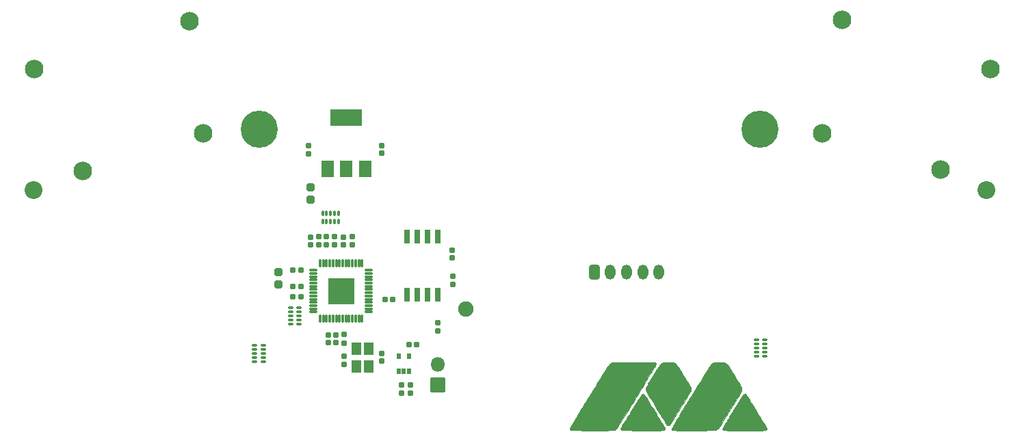
<source format=gbs>
G04 #@! TF.GenerationSoftware,KiCad,Pcbnew,(7.0.0-0)*
G04 #@! TF.CreationDate,2023-05-07T01:27:25-06:00*
G04 #@! TF.ProjectId,snes_controller_pcb,736e6573-5f63-46f6-9e74-726f6c6c6572,4a*
G04 #@! TF.SameCoordinates,Original*
G04 #@! TF.FileFunction,Soldermask,Bot*
G04 #@! TF.FilePolarity,Negative*
%FSLAX46Y46*%
G04 Gerber Fmt 4.6, Leading zero omitted, Abs format (unit mm)*
G04 Created by KiCad (PCBNEW (7.0.0-0)) date 2023-05-07 01:27:25*
%MOMM*%
%LPD*%
G01*
G04 APERTURE LIST*
G04 Aperture macros list*
%AMRoundRect*
0 Rectangle with rounded corners*
0 $1 Rounding radius*
0 $2 $3 $4 $5 $6 $7 $8 $9 X,Y pos of 4 corners*
0 Add a 4 corners polygon primitive as box body*
4,1,4,$2,$3,$4,$5,$6,$7,$8,$9,$2,$3,0*
0 Add four circle primitives for the rounded corners*
1,1,$1+$1,$2,$3*
1,1,$1+$1,$4,$5*
1,1,$1+$1,$6,$7*
1,1,$1+$1,$8,$9*
0 Add four rect primitives between the rounded corners*
20,1,$1+$1,$2,$3,$4,$5,0*
20,1,$1+$1,$4,$5,$6,$7,0*
20,1,$1+$1,$6,$7,$8,$9,0*
20,1,$1+$1,$8,$9,$2,$3,0*%
G04 Aperture macros list end*
%ADD10C,0.010000*%
%ADD11C,2.301600*%
%ADD12C,4.601600*%
%ADD13C,2.201600*%
%ADD14C,1.901600*%
%ADD15RoundRect,0.050800X0.750000X-1.000000X0.750000X1.000000X-0.750000X1.000000X-0.750000X-1.000000X0*%
%ADD16RoundRect,0.050800X1.900000X-1.000000X1.900000X1.000000X-1.900000X1.000000X-1.900000X-1.000000X0*%
%ADD17RoundRect,0.190800X0.140000X0.170000X-0.140000X0.170000X-0.140000X-0.170000X0.140000X-0.170000X0*%
%ADD18RoundRect,0.190800X-0.170000X0.140000X-0.170000X-0.140000X0.170000X-0.140000X0.170000X0.140000X0*%
%ADD19O,0.801600X0.301600*%
%ADD20RoundRect,0.185800X-0.185000X0.135000X-0.185000X-0.135000X0.185000X-0.135000X0.185000X0.135000X0*%
%ADD21RoundRect,0.185800X-0.135000X-0.185000X0.135000X-0.185000X0.135000X0.185000X-0.135000X0.185000X0*%
%ADD22RoundRect,0.300800X-0.350000X-0.625000X0.350000X-0.625000X0.350000X0.625000X-0.350000X0.625000X0*%
%ADD23O,1.301600X1.851600*%
%ADD24RoundRect,0.190800X-0.140000X-0.170000X0.140000X-0.170000X0.140000X0.170000X-0.140000X0.170000X0*%
%ADD25RoundRect,0.190800X0.170000X-0.140000X0.170000X0.140000X-0.170000X0.140000X-0.170000X-0.140000X0*%
%ADD26O,0.301600X0.801600*%
%ADD27RoundRect,0.050800X-0.850000X-0.850000X0.850000X-0.850000X0.850000X0.850000X-0.850000X0.850000X0*%
%ADD28O,1.801600X1.801600*%
%ADD29RoundRect,0.269550X-0.256250X0.218750X-0.256250X-0.218750X0.256250X-0.218750X0.256250X0.218750X0*%
%ADD30RoundRect,0.050800X0.200000X-0.325000X0.200000X0.325000X-0.200000X0.325000X-0.200000X-0.325000X0*%
%ADD31RoundRect,0.185800X0.185000X-0.135000X0.185000X0.135000X-0.185000X0.135000X-0.185000X-0.135000X0*%
%ADD32RoundRect,0.050800X0.290000X-0.805000X0.290000X0.805000X-0.290000X0.805000X-0.290000X-0.805000X0*%
%ADD33RoundRect,0.050800X0.575000X-0.700000X0.575000X0.700000X-0.575000X0.700000X-0.575000X-0.700000X0*%
%ADD34RoundRect,0.100800X0.387500X0.050000X-0.387500X0.050000X-0.387500X-0.050000X0.387500X-0.050000X0*%
%ADD35RoundRect,0.100800X0.050000X0.387500X-0.050000X0.387500X-0.050000X-0.387500X0.050000X-0.387500X0*%
%ADD36RoundRect,0.194800X1.456000X1.456000X-1.456000X1.456000X-1.456000X-1.456000X1.456000X-1.456000X0*%
G04 APERTURE END LIST*
G36*
X153161864Y-120286686D02*
G01*
X153179126Y-120303893D01*
X153207188Y-120339701D01*
X153246905Y-120395527D01*
X153299211Y-120472842D01*
X153365042Y-120573118D01*
X153445331Y-120697826D01*
X153541015Y-120848438D01*
X153653027Y-121026426D01*
X153782304Y-121233262D01*
X153929779Y-121470416D01*
X154096388Y-121739361D01*
X154283065Y-122041568D01*
X154490746Y-122378509D01*
X154545076Y-122466770D01*
X154709163Y-122733780D01*
X154866787Y-122990938D01*
X155016512Y-123235868D01*
X155156901Y-123466191D01*
X155286518Y-123679530D01*
X155403924Y-123873508D01*
X155507684Y-124045747D01*
X155596360Y-124193870D01*
X155668516Y-124315499D01*
X155722714Y-124408256D01*
X155757519Y-124469766D01*
X155771493Y-124497649D01*
X155775932Y-124514493D01*
X155776946Y-124602335D01*
X155738594Y-124676528D01*
X155662456Y-124733656D01*
X155650263Y-124738954D01*
X155633703Y-124743931D01*
X155611041Y-124748345D01*
X155580012Y-124752223D01*
X155538352Y-124755593D01*
X155483797Y-124758481D01*
X155414081Y-124760915D01*
X155326942Y-124762921D01*
X155220114Y-124764526D01*
X155091332Y-124765759D01*
X154938333Y-124766644D01*
X154758852Y-124767210D01*
X154550624Y-124767483D01*
X154311385Y-124767491D01*
X154038871Y-124767260D01*
X153730817Y-124766818D01*
X153384959Y-124766191D01*
X152999032Y-124765406D01*
X150409668Y-124759967D01*
X150347907Y-124690841D01*
X150319129Y-124653929D01*
X150290383Y-124583273D01*
X150295689Y-124504694D01*
X150334616Y-124409012D01*
X150335463Y-124407393D01*
X150359743Y-124364453D01*
X150403843Y-124289809D01*
X150466015Y-124186287D01*
X150544510Y-124056709D01*
X150637581Y-123903900D01*
X150743478Y-123730685D01*
X150860452Y-123539888D01*
X150986757Y-123334333D01*
X151120641Y-123116844D01*
X151260359Y-122890246D01*
X151404159Y-122657363D01*
X151550295Y-122421020D01*
X151697018Y-122184040D01*
X151842578Y-121949248D01*
X151985229Y-121719468D01*
X152123220Y-121497525D01*
X152254803Y-121286243D01*
X152378230Y-121088445D01*
X152491753Y-120906957D01*
X152593622Y-120744603D01*
X152682090Y-120604207D01*
X152755407Y-120488593D01*
X152811825Y-120400586D01*
X152849596Y-120343010D01*
X152866971Y-120318689D01*
X152897974Y-120291486D01*
X152983306Y-120251121D01*
X153074314Y-120249190D01*
X153161864Y-120286686D01*
G37*
D10*
X153161864Y-120286686D02*
X153179126Y-120303893D01*
X153207188Y-120339701D01*
X153246905Y-120395527D01*
X153299211Y-120472842D01*
X153365042Y-120573118D01*
X153445331Y-120697826D01*
X153541015Y-120848438D01*
X153653027Y-121026426D01*
X153782304Y-121233262D01*
X153929779Y-121470416D01*
X154096388Y-121739361D01*
X154283065Y-122041568D01*
X154490746Y-122378509D01*
X154545076Y-122466770D01*
X154709163Y-122733780D01*
X154866787Y-122990938D01*
X155016512Y-123235868D01*
X155156901Y-123466191D01*
X155286518Y-123679530D01*
X155403924Y-123873508D01*
X155507684Y-124045747D01*
X155596360Y-124193870D01*
X155668516Y-124315499D01*
X155722714Y-124408256D01*
X155757519Y-124469766D01*
X155771493Y-124497649D01*
X155775932Y-124514493D01*
X155776946Y-124602335D01*
X155738594Y-124676528D01*
X155662456Y-124733656D01*
X155650263Y-124738954D01*
X155633703Y-124743931D01*
X155611041Y-124748345D01*
X155580012Y-124752223D01*
X155538352Y-124755593D01*
X155483797Y-124758481D01*
X155414081Y-124760915D01*
X155326942Y-124762921D01*
X155220114Y-124764526D01*
X155091332Y-124765759D01*
X154938333Y-124766644D01*
X154758852Y-124767210D01*
X154550624Y-124767483D01*
X154311385Y-124767491D01*
X154038871Y-124767260D01*
X153730817Y-124766818D01*
X153384959Y-124766191D01*
X152999032Y-124765406D01*
X150409668Y-124759967D01*
X150347907Y-124690841D01*
X150319129Y-124653929D01*
X150290383Y-124583273D01*
X150295689Y-124504694D01*
X150334616Y-124409012D01*
X150335463Y-124407393D01*
X150359743Y-124364453D01*
X150403843Y-124289809D01*
X150466015Y-124186287D01*
X150544510Y-124056709D01*
X150637581Y-123903900D01*
X150743478Y-123730685D01*
X150860452Y-123539888D01*
X150986757Y-123334333D01*
X151120641Y-123116844D01*
X151260359Y-122890246D01*
X151404159Y-122657363D01*
X151550295Y-122421020D01*
X151697018Y-122184040D01*
X151842578Y-121949248D01*
X151985229Y-121719468D01*
X152123220Y-121497525D01*
X152254803Y-121286243D01*
X152378230Y-121088445D01*
X152491753Y-120906957D01*
X152593622Y-120744603D01*
X152682090Y-120604207D01*
X152755407Y-120488593D01*
X152811825Y-120400586D01*
X152849596Y-120343010D01*
X152866971Y-120318689D01*
X152897974Y-120291486D01*
X152983306Y-120251121D01*
X153074314Y-120249190D01*
X153161864Y-120286686D01*
G36*
X165725972Y-120267008D02*
G01*
X165808132Y-120332349D01*
X165815520Y-120341694D01*
X165846624Y-120386834D01*
X165896935Y-120463693D01*
X165964720Y-120569450D01*
X166048248Y-120701289D01*
X166145786Y-120856388D01*
X166255602Y-121031930D01*
X166375962Y-121225095D01*
X166505134Y-121433064D01*
X166641387Y-121653018D01*
X166782987Y-121882139D01*
X166928202Y-122117606D01*
X167075299Y-122356601D01*
X167222547Y-122596305D01*
X167368212Y-122833899D01*
X167510562Y-123066564D01*
X167647864Y-123291481D01*
X167778387Y-123505830D01*
X167900397Y-123706793D01*
X168012162Y-123891551D01*
X168111950Y-124057284D01*
X168198028Y-124201174D01*
X168268664Y-124320401D01*
X168322125Y-124412147D01*
X168356679Y-124473592D01*
X168370592Y-124501917D01*
X168374745Y-124518813D01*
X168374869Y-124605070D01*
X168335409Y-124676525D01*
X168256218Y-124733475D01*
X168247332Y-124737478D01*
X168231581Y-124742622D01*
X168210014Y-124747206D01*
X168180349Y-124751259D01*
X168140303Y-124754816D01*
X168087593Y-124757909D01*
X168019939Y-124760569D01*
X167935056Y-124762828D01*
X167830663Y-124764720D01*
X167704478Y-124766276D01*
X167554218Y-124767529D01*
X167377601Y-124768511D01*
X167172345Y-124769254D01*
X166936167Y-124769791D01*
X166666785Y-124770153D01*
X166361917Y-124770373D01*
X166019280Y-124770484D01*
X165636592Y-124770517D01*
X165553392Y-124770519D01*
X165172240Y-124770548D01*
X164830725Y-124770535D01*
X164526611Y-124770385D01*
X164257660Y-124770004D01*
X164021635Y-124769299D01*
X163816298Y-124768174D01*
X163639413Y-124766535D01*
X163488741Y-124764287D01*
X163362046Y-124761337D01*
X163257091Y-124757589D01*
X163171637Y-124752949D01*
X163103449Y-124747324D01*
X163050288Y-124740618D01*
X163009918Y-124732737D01*
X162980101Y-124723587D01*
X162958599Y-124713073D01*
X162943176Y-124701101D01*
X162931595Y-124687576D01*
X162921617Y-124672404D01*
X162911007Y-124655491D01*
X162889529Y-124608618D01*
X162887055Y-124525539D01*
X162892710Y-124511527D01*
X162918817Y-124461998D01*
X162964488Y-124381148D01*
X163028007Y-124271778D01*
X163107656Y-124136690D01*
X163201718Y-123978686D01*
X163308474Y-123800567D01*
X163426209Y-123605135D01*
X163553203Y-123395191D01*
X163687740Y-123173537D01*
X163828102Y-122942976D01*
X163972572Y-122706308D01*
X164119433Y-122466335D01*
X164266966Y-122225858D01*
X164413454Y-121987681D01*
X164557181Y-121754603D01*
X164696428Y-121529428D01*
X164829477Y-121314955D01*
X164954613Y-121113988D01*
X165070116Y-120929328D01*
X165174270Y-120763776D01*
X165265357Y-120620135D01*
X165341660Y-120501205D01*
X165401461Y-120409788D01*
X165443043Y-120348687D01*
X165464688Y-120320702D01*
X165550638Y-120261581D01*
X165639112Y-120243384D01*
X165725972Y-120267008D01*
G37*
X165725972Y-120267008D02*
X165808132Y-120332349D01*
X165815520Y-120341694D01*
X165846624Y-120386834D01*
X165896935Y-120463693D01*
X165964720Y-120569450D01*
X166048248Y-120701289D01*
X166145786Y-120856388D01*
X166255602Y-121031930D01*
X166375962Y-121225095D01*
X166505134Y-121433064D01*
X166641387Y-121653018D01*
X166782987Y-121882139D01*
X166928202Y-122117606D01*
X167075299Y-122356601D01*
X167222547Y-122596305D01*
X167368212Y-122833899D01*
X167510562Y-123066564D01*
X167647864Y-123291481D01*
X167778387Y-123505830D01*
X167900397Y-123706793D01*
X168012162Y-123891551D01*
X168111950Y-124057284D01*
X168198028Y-124201174D01*
X168268664Y-124320401D01*
X168322125Y-124412147D01*
X168356679Y-124473592D01*
X168370592Y-124501917D01*
X168374745Y-124518813D01*
X168374869Y-124605070D01*
X168335409Y-124676525D01*
X168256218Y-124733475D01*
X168247332Y-124737478D01*
X168231581Y-124742622D01*
X168210014Y-124747206D01*
X168180349Y-124751259D01*
X168140303Y-124754816D01*
X168087593Y-124757909D01*
X168019939Y-124760569D01*
X167935056Y-124762828D01*
X167830663Y-124764720D01*
X167704478Y-124766276D01*
X167554218Y-124767529D01*
X167377601Y-124768511D01*
X167172345Y-124769254D01*
X166936167Y-124769791D01*
X166666785Y-124770153D01*
X166361917Y-124770373D01*
X166019280Y-124770484D01*
X165636592Y-124770517D01*
X165553392Y-124770519D01*
X165172240Y-124770548D01*
X164830725Y-124770535D01*
X164526611Y-124770385D01*
X164257660Y-124770004D01*
X164021635Y-124769299D01*
X163816298Y-124768174D01*
X163639413Y-124766535D01*
X163488741Y-124764287D01*
X163362046Y-124761337D01*
X163257091Y-124757589D01*
X163171637Y-124752949D01*
X163103449Y-124747324D01*
X163050288Y-124740618D01*
X163009918Y-124732737D01*
X162980101Y-124723587D01*
X162958599Y-124713073D01*
X162943176Y-124701101D01*
X162931595Y-124687576D01*
X162921617Y-124672404D01*
X162911007Y-124655491D01*
X162889529Y-124608618D01*
X162887055Y-124525539D01*
X162892710Y-124511527D01*
X162918817Y-124461998D01*
X162964488Y-124381148D01*
X163028007Y-124271778D01*
X163107656Y-124136690D01*
X163201718Y-123978686D01*
X163308474Y-123800567D01*
X163426209Y-123605135D01*
X163553203Y-123395191D01*
X163687740Y-123173537D01*
X163828102Y-122942976D01*
X163972572Y-122706308D01*
X164119433Y-122466335D01*
X164266966Y-122225858D01*
X164413454Y-121987681D01*
X164557181Y-121754603D01*
X164696428Y-121529428D01*
X164829477Y-121314955D01*
X164954613Y-121113988D01*
X165070116Y-120929328D01*
X165174270Y-120763776D01*
X165265357Y-120620135D01*
X165341660Y-120501205D01*
X165401461Y-120409788D01*
X165443043Y-120348687D01*
X165464688Y-120320702D01*
X165550638Y-120261581D01*
X165639112Y-120243384D01*
X165725972Y-120267008D01*
G36*
X151199774Y-116305034D02*
G01*
X151548049Y-116305242D01*
X151936302Y-116305510D01*
X152012889Y-116305563D01*
X152411957Y-116305975D01*
X152770660Y-116306599D01*
X153090665Y-116307452D01*
X153373641Y-116308551D01*
X153621253Y-116309914D01*
X153835169Y-116311558D01*
X154017055Y-116313500D01*
X154168580Y-116315758D01*
X154291409Y-116318348D01*
X154387211Y-116321288D01*
X154457651Y-116324595D01*
X154504398Y-116328287D01*
X154529118Y-116332381D01*
X154576137Y-116351642D01*
X154643597Y-116408236D01*
X154677314Y-116484795D01*
X154673230Y-116574506D01*
X154669307Y-116582677D01*
X154645556Y-116624573D01*
X154601468Y-116699411D01*
X154538280Y-116805177D01*
X154457226Y-116939858D01*
X154359544Y-117101440D01*
X154246469Y-117287909D01*
X154119237Y-117497252D01*
X153979084Y-117727454D01*
X153827247Y-117976503D01*
X153664960Y-118242384D01*
X153493460Y-118523084D01*
X153313984Y-118816589D01*
X153127766Y-119120886D01*
X152936044Y-119433960D01*
X152740052Y-119753798D01*
X152541027Y-120078387D01*
X152340205Y-120405712D01*
X152138822Y-120733761D01*
X151938114Y-121060518D01*
X151739316Y-121383972D01*
X151543666Y-121702107D01*
X151352398Y-122012910D01*
X151166749Y-122314368D01*
X150987954Y-122604467D01*
X150817251Y-122881193D01*
X150655874Y-123142532D01*
X150505059Y-123386472D01*
X150366043Y-123610997D01*
X150240062Y-123814095D01*
X150128352Y-123993751D01*
X150032148Y-124147953D01*
X149952686Y-124274686D01*
X149891203Y-124371936D01*
X149848935Y-124437691D01*
X149827116Y-124469936D01*
X149757898Y-124541388D01*
X149657932Y-124615523D01*
X149542699Y-124680900D01*
X149425597Y-124728881D01*
X149419904Y-124730676D01*
X149399701Y-124736394D01*
X149376561Y-124741498D01*
X149348165Y-124746018D01*
X149312198Y-124749983D01*
X149266341Y-124753425D01*
X149208276Y-124756373D01*
X149135687Y-124758857D01*
X149046257Y-124760908D01*
X148937667Y-124762556D01*
X148807600Y-124763832D01*
X148653739Y-124764765D01*
X148473767Y-124765386D01*
X148265366Y-124765725D01*
X148026219Y-124765812D01*
X147754008Y-124765678D01*
X147446416Y-124765352D01*
X147101126Y-124764866D01*
X146715820Y-124764249D01*
X144129743Y-124759967D01*
X144069986Y-124715503D01*
X144019759Y-124653843D01*
X144000039Y-124570560D01*
X144011741Y-124474058D01*
X144055207Y-124372316D01*
X144067842Y-124351391D01*
X144102402Y-124294807D01*
X144157220Y-124205352D01*
X144231238Y-124084742D01*
X144323400Y-123934695D01*
X144432650Y-123756928D01*
X144557932Y-123553158D01*
X144698188Y-123325103D01*
X144852363Y-123074481D01*
X145019399Y-122803007D01*
X145198241Y-122512401D01*
X145387833Y-122204378D01*
X145587117Y-121880657D01*
X145795037Y-121542955D01*
X146010536Y-121192989D01*
X146232559Y-120832476D01*
X146460049Y-120463133D01*
X146705933Y-120064176D01*
X146953107Y-119663599D01*
X147189212Y-119281454D01*
X147413459Y-118919002D01*
X147625061Y-118577507D01*
X147823229Y-118258230D01*
X148007176Y-117962435D01*
X148176114Y-117691383D01*
X148329254Y-117446338D01*
X148465810Y-117228561D01*
X148584992Y-117039316D01*
X148686013Y-116879865D01*
X148768086Y-116751469D01*
X148830421Y-116655393D01*
X148872232Y-116592898D01*
X148892730Y-116565247D01*
X148925618Y-116534120D01*
X149003295Y-116471793D01*
X149078313Y-116423069D01*
X149080309Y-116421981D01*
X149111982Y-116404541D01*
X149141212Y-116388905D01*
X149170358Y-116374977D01*
X149201774Y-116362659D01*
X149237819Y-116351855D01*
X149280848Y-116342468D01*
X149333217Y-116334400D01*
X149397284Y-116327555D01*
X149475406Y-116321836D01*
X149569938Y-116317146D01*
X149683237Y-116313388D01*
X149817661Y-116310465D01*
X149975565Y-116308280D01*
X150159306Y-116306736D01*
X150371241Y-116305736D01*
X150613726Y-116305184D01*
X150889118Y-116304982D01*
X151199774Y-116305034D01*
G37*
X151199774Y-116305034D02*
X151548049Y-116305242D01*
X151936302Y-116305510D01*
X152012889Y-116305563D01*
X152411957Y-116305975D01*
X152770660Y-116306599D01*
X153090665Y-116307452D01*
X153373641Y-116308551D01*
X153621253Y-116309914D01*
X153835169Y-116311558D01*
X154017055Y-116313500D01*
X154168580Y-116315758D01*
X154291409Y-116318348D01*
X154387211Y-116321288D01*
X154457651Y-116324595D01*
X154504398Y-116328287D01*
X154529118Y-116332381D01*
X154576137Y-116351642D01*
X154643597Y-116408236D01*
X154677314Y-116484795D01*
X154673230Y-116574506D01*
X154669307Y-116582677D01*
X154645556Y-116624573D01*
X154601468Y-116699411D01*
X154538280Y-116805177D01*
X154457226Y-116939858D01*
X154359544Y-117101440D01*
X154246469Y-117287909D01*
X154119237Y-117497252D01*
X153979084Y-117727454D01*
X153827247Y-117976503D01*
X153664960Y-118242384D01*
X153493460Y-118523084D01*
X153313984Y-118816589D01*
X153127766Y-119120886D01*
X152936044Y-119433960D01*
X152740052Y-119753798D01*
X152541027Y-120078387D01*
X152340205Y-120405712D01*
X152138822Y-120733761D01*
X151938114Y-121060518D01*
X151739316Y-121383972D01*
X151543666Y-121702107D01*
X151352398Y-122012910D01*
X151166749Y-122314368D01*
X150987954Y-122604467D01*
X150817251Y-122881193D01*
X150655874Y-123142532D01*
X150505059Y-123386472D01*
X150366043Y-123610997D01*
X150240062Y-123814095D01*
X150128352Y-123993751D01*
X150032148Y-124147953D01*
X149952686Y-124274686D01*
X149891203Y-124371936D01*
X149848935Y-124437691D01*
X149827116Y-124469936D01*
X149757898Y-124541388D01*
X149657932Y-124615523D01*
X149542699Y-124680900D01*
X149425597Y-124728881D01*
X149419904Y-124730676D01*
X149399701Y-124736394D01*
X149376561Y-124741498D01*
X149348165Y-124746018D01*
X149312198Y-124749983D01*
X149266341Y-124753425D01*
X149208276Y-124756373D01*
X149135687Y-124758857D01*
X149046257Y-124760908D01*
X148937667Y-124762556D01*
X148807600Y-124763832D01*
X148653739Y-124764765D01*
X148473767Y-124765386D01*
X148265366Y-124765725D01*
X148026219Y-124765812D01*
X147754008Y-124765678D01*
X147446416Y-124765352D01*
X147101126Y-124764866D01*
X146715820Y-124764249D01*
X144129743Y-124759967D01*
X144069986Y-124715503D01*
X144019759Y-124653843D01*
X144000039Y-124570560D01*
X144011741Y-124474058D01*
X144055207Y-124372316D01*
X144067842Y-124351391D01*
X144102402Y-124294807D01*
X144157220Y-124205352D01*
X144231238Y-124084742D01*
X144323400Y-123934695D01*
X144432650Y-123756928D01*
X144557932Y-123553158D01*
X144698188Y-123325103D01*
X144852363Y-123074481D01*
X145019399Y-122803007D01*
X145198241Y-122512401D01*
X145387833Y-122204378D01*
X145587117Y-121880657D01*
X145795037Y-121542955D01*
X146010536Y-121192989D01*
X146232559Y-120832476D01*
X146460049Y-120463133D01*
X146705933Y-120064176D01*
X146953107Y-119663599D01*
X147189212Y-119281454D01*
X147413459Y-118919002D01*
X147625061Y-118577507D01*
X147823229Y-118258230D01*
X148007176Y-117962435D01*
X148176114Y-117691383D01*
X148329254Y-117446338D01*
X148465810Y-117228561D01*
X148584992Y-117039316D01*
X148686013Y-116879865D01*
X148768086Y-116751469D01*
X148830421Y-116655393D01*
X148872232Y-116592898D01*
X148892730Y-116565247D01*
X148925618Y-116534120D01*
X149003295Y-116471793D01*
X149078313Y-116423069D01*
X149080309Y-116421981D01*
X149111982Y-116404541D01*
X149141212Y-116388905D01*
X149170358Y-116374977D01*
X149201774Y-116362659D01*
X149237819Y-116351855D01*
X149280848Y-116342468D01*
X149333217Y-116334400D01*
X149397284Y-116327555D01*
X149475406Y-116321836D01*
X149569938Y-116317146D01*
X149683237Y-116313388D01*
X149817661Y-116310465D01*
X149975565Y-116308280D01*
X150159306Y-116306736D01*
X150371241Y-116305736D01*
X150613726Y-116305184D01*
X150889118Y-116304982D01*
X151199774Y-116305034D01*
G36*
X156518660Y-116309249D02*
G01*
X156633543Y-116316510D01*
X156728077Y-116328787D01*
X156808480Y-116346765D01*
X156880974Y-116371126D01*
X156951778Y-116402554D01*
X156979656Y-116416525D01*
X157019749Y-116438768D01*
X157058261Y-116464253D01*
X157097006Y-116495511D01*
X157137803Y-116535072D01*
X157182467Y-116585470D01*
X157232814Y-116649234D01*
X157290662Y-116728896D01*
X157357827Y-116826988D01*
X157436126Y-116946040D01*
X157527375Y-117088583D01*
X157633390Y-117257150D01*
X157755988Y-117454271D01*
X157896986Y-117682477D01*
X158058199Y-117944300D01*
X158158471Y-118107397D01*
X158286758Y-118316366D01*
X158408121Y-118514393D01*
X158520648Y-118698340D01*
X158622427Y-118865072D01*
X158711546Y-119011451D01*
X158786095Y-119134342D01*
X158844161Y-119230607D01*
X158883832Y-119297111D01*
X158903198Y-119330717D01*
X158919863Y-119364143D01*
X158937528Y-119412268D01*
X158947855Y-119467931D01*
X158952694Y-119542719D01*
X158953896Y-119648217D01*
X158953591Y-119707195D01*
X158950564Y-119796653D01*
X158942889Y-119860863D01*
X158928851Y-119911107D01*
X158906737Y-119958668D01*
X158905595Y-119960792D01*
X158876945Y-120011163D01*
X158828829Y-120092563D01*
X158762983Y-120202198D01*
X158681141Y-120337270D01*
X158585036Y-120494985D01*
X158476404Y-120672546D01*
X158356979Y-120867157D01*
X158228494Y-121076024D01*
X158092685Y-121296348D01*
X157951285Y-121525336D01*
X157806029Y-121760191D01*
X157658651Y-121998117D01*
X157510885Y-122236318D01*
X157364467Y-122471999D01*
X157221129Y-122702363D01*
X157082607Y-122924615D01*
X156950634Y-123135958D01*
X156826945Y-123333598D01*
X156713274Y-123514738D01*
X156611356Y-123676581D01*
X156522925Y-123816334D01*
X156449715Y-123931198D01*
X156393461Y-124018379D01*
X156355896Y-124075081D01*
X156338755Y-124098508D01*
X156336400Y-124100651D01*
X156255211Y-124146991D01*
X156161990Y-124155360D01*
X156064695Y-124124991D01*
X156057360Y-124121231D01*
X156048245Y-124116024D01*
X156038461Y-124108756D01*
X156026876Y-124097639D01*
X156012356Y-124080884D01*
X155993766Y-124056703D01*
X155969973Y-124023307D01*
X155939844Y-123978908D01*
X155902245Y-123921717D01*
X155856043Y-123849947D01*
X155800103Y-123761808D01*
X155733292Y-123655512D01*
X155654477Y-123529271D01*
X155562524Y-123381297D01*
X155456299Y-123209800D01*
X155334669Y-123012993D01*
X155196500Y-122789087D01*
X155040658Y-122536293D01*
X154866010Y-122252824D01*
X154671423Y-121936891D01*
X154455761Y-121586705D01*
X154371037Y-121449115D01*
X154203810Y-121177319D01*
X154056910Y-120938007D01*
X153929022Y-120728769D01*
X153818828Y-120547193D01*
X153725014Y-120390867D01*
X153646262Y-120257381D01*
X153581257Y-120144322D01*
X153528682Y-120049281D01*
X153487222Y-119969846D01*
X153455560Y-119903605D01*
X153432381Y-119848147D01*
X153416367Y-119801062D01*
X153406202Y-119759937D01*
X153400572Y-119722362D01*
X153398158Y-119685926D01*
X153397646Y-119648217D01*
X153397647Y-119647333D01*
X153398330Y-119606233D01*
X153401300Y-119566557D01*
X153407984Y-119525631D01*
X153419811Y-119480785D01*
X153438212Y-119429345D01*
X153464614Y-119368640D01*
X153500448Y-119295996D01*
X153547141Y-119208743D01*
X153606124Y-119104207D01*
X153678825Y-118979717D01*
X153766673Y-118832600D01*
X153871098Y-118660184D01*
X153993528Y-118459797D01*
X154135392Y-118228765D01*
X154298121Y-117964418D01*
X154408157Y-117785848D01*
X154552518Y-117551918D01*
X154677597Y-117349841D01*
X154785059Y-117177080D01*
X154876572Y-117031095D01*
X154953801Y-116909350D01*
X155018413Y-116809307D01*
X155072074Y-116728426D01*
X155116452Y-116664171D01*
X155153212Y-116614002D01*
X155184022Y-116575382D01*
X155210547Y-116545774D01*
X155234454Y-116522638D01*
X155257409Y-116503437D01*
X155280896Y-116485179D01*
X155350799Y-116434334D01*
X155416619Y-116394787D01*
X155484986Y-116365001D01*
X155562531Y-116343437D01*
X155655885Y-116328556D01*
X155771677Y-116318822D01*
X155916539Y-116312694D01*
X156097100Y-116308636D01*
X156202959Y-116307041D01*
X156377205Y-116306320D01*
X156518660Y-116309249D01*
G37*
X156518660Y-116309249D02*
X156633543Y-116316510D01*
X156728077Y-116328787D01*
X156808480Y-116346765D01*
X156880974Y-116371126D01*
X156951778Y-116402554D01*
X156979656Y-116416525D01*
X157019749Y-116438768D01*
X157058261Y-116464253D01*
X157097006Y-116495511D01*
X157137803Y-116535072D01*
X157182467Y-116585470D01*
X157232814Y-116649234D01*
X157290662Y-116728896D01*
X157357827Y-116826988D01*
X157436126Y-116946040D01*
X157527375Y-117088583D01*
X157633390Y-117257150D01*
X157755988Y-117454271D01*
X157896986Y-117682477D01*
X158058199Y-117944300D01*
X158158471Y-118107397D01*
X158286758Y-118316366D01*
X158408121Y-118514393D01*
X158520648Y-118698340D01*
X158622427Y-118865072D01*
X158711546Y-119011451D01*
X158786095Y-119134342D01*
X158844161Y-119230607D01*
X158883832Y-119297111D01*
X158903198Y-119330717D01*
X158919863Y-119364143D01*
X158937528Y-119412268D01*
X158947855Y-119467931D01*
X158952694Y-119542719D01*
X158953896Y-119648217D01*
X158953591Y-119707195D01*
X158950564Y-119796653D01*
X158942889Y-119860863D01*
X158928851Y-119911107D01*
X158906737Y-119958668D01*
X158905595Y-119960792D01*
X158876945Y-120011163D01*
X158828829Y-120092563D01*
X158762983Y-120202198D01*
X158681141Y-120337270D01*
X158585036Y-120494985D01*
X158476404Y-120672546D01*
X158356979Y-120867157D01*
X158228494Y-121076024D01*
X158092685Y-121296348D01*
X157951285Y-121525336D01*
X157806029Y-121760191D01*
X157658651Y-121998117D01*
X157510885Y-122236318D01*
X157364467Y-122471999D01*
X157221129Y-122702363D01*
X157082607Y-122924615D01*
X156950634Y-123135958D01*
X156826945Y-123333598D01*
X156713274Y-123514738D01*
X156611356Y-123676581D01*
X156522925Y-123816334D01*
X156449715Y-123931198D01*
X156393461Y-124018379D01*
X156355896Y-124075081D01*
X156338755Y-124098508D01*
X156336400Y-124100651D01*
X156255211Y-124146991D01*
X156161990Y-124155360D01*
X156064695Y-124124991D01*
X156057360Y-124121231D01*
X156048245Y-124116024D01*
X156038461Y-124108756D01*
X156026876Y-124097639D01*
X156012356Y-124080884D01*
X155993766Y-124056703D01*
X155969973Y-124023307D01*
X155939844Y-123978908D01*
X155902245Y-123921717D01*
X155856043Y-123849947D01*
X155800103Y-123761808D01*
X155733292Y-123655512D01*
X155654477Y-123529271D01*
X155562524Y-123381297D01*
X155456299Y-123209800D01*
X155334669Y-123012993D01*
X155196500Y-122789087D01*
X155040658Y-122536293D01*
X154866010Y-122252824D01*
X154671423Y-121936891D01*
X154455761Y-121586705D01*
X154371037Y-121449115D01*
X154203810Y-121177319D01*
X154056910Y-120938007D01*
X153929022Y-120728769D01*
X153818828Y-120547193D01*
X153725014Y-120390867D01*
X153646262Y-120257381D01*
X153581257Y-120144322D01*
X153528682Y-120049281D01*
X153487222Y-119969846D01*
X153455560Y-119903605D01*
X153432381Y-119848147D01*
X153416367Y-119801062D01*
X153406202Y-119759937D01*
X153400572Y-119722362D01*
X153398158Y-119685926D01*
X153397646Y-119648217D01*
X153397647Y-119647333D01*
X153398330Y-119606233D01*
X153401300Y-119566557D01*
X153407984Y-119525631D01*
X153419811Y-119480785D01*
X153438212Y-119429345D01*
X153464614Y-119368640D01*
X153500448Y-119295996D01*
X153547141Y-119208743D01*
X153606124Y-119104207D01*
X153678825Y-118979717D01*
X153766673Y-118832600D01*
X153871098Y-118660184D01*
X153993528Y-118459797D01*
X154135392Y-118228765D01*
X154298121Y-117964418D01*
X154408157Y-117785848D01*
X154552518Y-117551918D01*
X154677597Y-117349841D01*
X154785059Y-117177080D01*
X154876572Y-117031095D01*
X154953801Y-116909350D01*
X155018413Y-116809307D01*
X155072074Y-116728426D01*
X155116452Y-116664171D01*
X155153212Y-116614002D01*
X155184022Y-116575382D01*
X155210547Y-116545774D01*
X155234454Y-116522638D01*
X155257409Y-116503437D01*
X155280896Y-116485179D01*
X155350799Y-116434334D01*
X155416619Y-116394787D01*
X155484986Y-116365001D01*
X155562531Y-116343437D01*
X155655885Y-116328556D01*
X155771677Y-116318822D01*
X155916539Y-116312694D01*
X156097100Y-116308636D01*
X156202959Y-116307041D01*
X156377205Y-116306320D01*
X156518660Y-116309249D01*
G36*
X162613218Y-116305393D02*
G01*
X162751133Y-116308202D01*
X162872815Y-116312870D01*
X162969576Y-116319376D01*
X163032730Y-116327701D01*
X163094117Y-116343615D01*
X163232357Y-116397315D01*
X163362670Y-116469830D01*
X163467859Y-116552282D01*
X163476498Y-116562054D01*
X163511566Y-116609654D01*
X163566399Y-116690181D01*
X163639519Y-116801318D01*
X163729447Y-116940748D01*
X163834705Y-117106153D01*
X163953815Y-117295217D01*
X164085298Y-117505622D01*
X164227676Y-117735052D01*
X164379471Y-117981189D01*
X164503999Y-118183811D01*
X164650182Y-118422182D01*
X164776584Y-118629267D01*
X164884638Y-118807744D01*
X164975777Y-118960288D01*
X165051434Y-119089575D01*
X165113044Y-119198282D01*
X165162037Y-119289086D01*
X165199849Y-119364662D01*
X165227911Y-119427687D01*
X165247658Y-119480837D01*
X165260521Y-119526789D01*
X165267935Y-119568219D01*
X165271333Y-119607802D01*
X165272146Y-119648217D01*
X165272101Y-119661639D01*
X165271253Y-119692415D01*
X165268454Y-119723319D01*
X165262580Y-119756347D01*
X165252506Y-119793495D01*
X165237107Y-119836759D01*
X165215257Y-119888132D01*
X165185832Y-119949612D01*
X165147706Y-120023192D01*
X165099756Y-120110869D01*
X165040855Y-120214638D01*
X164969879Y-120336494D01*
X164885703Y-120478433D01*
X164787201Y-120642450D01*
X164673250Y-120830540D01*
X164542723Y-121044698D01*
X164394497Y-121286921D01*
X164227445Y-121559202D01*
X164040443Y-121863539D01*
X163832366Y-122201925D01*
X163810552Y-122237392D01*
X163590966Y-122594074D01*
X163392388Y-122915954D01*
X163213998Y-123204331D01*
X163054974Y-123460504D01*
X162914496Y-123685771D01*
X162791741Y-123881433D01*
X162685889Y-124048788D01*
X162596118Y-124189134D01*
X162521607Y-124303772D01*
X162461534Y-124394001D01*
X162415079Y-124461118D01*
X162381420Y-124506424D01*
X162359735Y-124531218D01*
X162303341Y-124578359D01*
X162192648Y-124651513D01*
X162073664Y-124712018D01*
X161964190Y-124750026D01*
X161946580Y-124751553D01*
X161887755Y-124753607D01*
X161791222Y-124755605D01*
X161659651Y-124757528D01*
X161495712Y-124759357D01*
X161302078Y-124761075D01*
X161081419Y-124762661D01*
X160836405Y-124764097D01*
X160569709Y-124765366D01*
X160284000Y-124766447D01*
X159981949Y-124767323D01*
X159666229Y-124767975D01*
X159339508Y-124768383D01*
X159319198Y-124768400D01*
X158930380Y-124768741D01*
X158581567Y-124769005D01*
X158270541Y-124769110D01*
X157995083Y-124768970D01*
X157752974Y-124768501D01*
X157541997Y-124767617D01*
X157359932Y-124766233D01*
X157204561Y-124764266D01*
X157073667Y-124761630D01*
X156965029Y-124758241D01*
X156876430Y-124754013D01*
X156805651Y-124748863D01*
X156750475Y-124742704D01*
X156708681Y-124735453D01*
X156678052Y-124727024D01*
X156656369Y-124717334D01*
X156641414Y-124706296D01*
X156630969Y-124693826D01*
X156622814Y-124679840D01*
X156614732Y-124664253D01*
X156609987Y-124655705D01*
X156602520Y-124642414D01*
X156596328Y-124629070D01*
X156592248Y-124614231D01*
X156591116Y-124596458D01*
X156593766Y-124574311D01*
X156601036Y-124546348D01*
X156613761Y-124511129D01*
X156632777Y-124467215D01*
X156658919Y-124413164D01*
X156693024Y-124347537D01*
X156735928Y-124268894D01*
X156788466Y-124175793D01*
X156851475Y-124066794D01*
X156925790Y-123940458D01*
X157012248Y-123795344D01*
X157111683Y-123630011D01*
X157224933Y-123443020D01*
X157352832Y-123232930D01*
X157496217Y-122998300D01*
X157655924Y-122737690D01*
X157832788Y-122449660D01*
X158027647Y-122132770D01*
X158241334Y-121785580D01*
X158474687Y-121406648D01*
X158728541Y-120994535D01*
X159003732Y-120547800D01*
X159027471Y-120509263D01*
X159287934Y-120086701D01*
X159537762Y-119681870D01*
X159776191Y-119295995D01*
X160002457Y-118930302D01*
X160215795Y-118586015D01*
X160415440Y-118264360D01*
X160600629Y-117966561D01*
X160770597Y-117693843D01*
X160924580Y-117447432D01*
X161061813Y-117228553D01*
X161181532Y-117038430D01*
X161282973Y-116878288D01*
X161365371Y-116749354D01*
X161427961Y-116652850D01*
X161469981Y-116590004D01*
X161490664Y-116562039D01*
X161545343Y-116512461D01*
X161667380Y-116430810D01*
X161806499Y-116365584D01*
X161946577Y-116325162D01*
X161984208Y-116319945D01*
X162072977Y-116313154D01*
X162188950Y-116308324D01*
X162323439Y-116305434D01*
X162467758Y-116304464D01*
X162613218Y-116305393D01*
G37*
X162613218Y-116305393D02*
X162751133Y-116308202D01*
X162872815Y-116312870D01*
X162969576Y-116319376D01*
X163032730Y-116327701D01*
X163094117Y-116343615D01*
X163232357Y-116397315D01*
X163362670Y-116469830D01*
X163467859Y-116552282D01*
X163476498Y-116562054D01*
X163511566Y-116609654D01*
X163566399Y-116690181D01*
X163639519Y-116801318D01*
X163729447Y-116940748D01*
X163834705Y-117106153D01*
X163953815Y-117295217D01*
X164085298Y-117505622D01*
X164227676Y-117735052D01*
X164379471Y-117981189D01*
X164503999Y-118183811D01*
X164650182Y-118422182D01*
X164776584Y-118629267D01*
X164884638Y-118807744D01*
X164975777Y-118960288D01*
X165051434Y-119089575D01*
X165113044Y-119198282D01*
X165162037Y-119289086D01*
X165199849Y-119364662D01*
X165227911Y-119427687D01*
X165247658Y-119480837D01*
X165260521Y-119526789D01*
X165267935Y-119568219D01*
X165271333Y-119607802D01*
X165272146Y-119648217D01*
X165272101Y-119661639D01*
X165271253Y-119692415D01*
X165268454Y-119723319D01*
X165262580Y-119756347D01*
X165252506Y-119793495D01*
X165237107Y-119836759D01*
X165215257Y-119888132D01*
X165185832Y-119949612D01*
X165147706Y-120023192D01*
X165099756Y-120110869D01*
X165040855Y-120214638D01*
X164969879Y-120336494D01*
X164885703Y-120478433D01*
X164787201Y-120642450D01*
X164673250Y-120830540D01*
X164542723Y-121044698D01*
X164394497Y-121286921D01*
X164227445Y-121559202D01*
X164040443Y-121863539D01*
X163832366Y-122201925D01*
X163810552Y-122237392D01*
X163590966Y-122594074D01*
X163392388Y-122915954D01*
X163213998Y-123204331D01*
X163054974Y-123460504D01*
X162914496Y-123685771D01*
X162791741Y-123881433D01*
X162685889Y-124048788D01*
X162596118Y-124189134D01*
X162521607Y-124303772D01*
X162461534Y-124394001D01*
X162415079Y-124461118D01*
X162381420Y-124506424D01*
X162359735Y-124531218D01*
X162303341Y-124578359D01*
X162192648Y-124651513D01*
X162073664Y-124712018D01*
X161964190Y-124750026D01*
X161946580Y-124751553D01*
X161887755Y-124753607D01*
X161791222Y-124755605D01*
X161659651Y-124757528D01*
X161495712Y-124759357D01*
X161302078Y-124761075D01*
X161081419Y-124762661D01*
X160836405Y-124764097D01*
X160569709Y-124765366D01*
X160284000Y-124766447D01*
X159981949Y-124767323D01*
X159666229Y-124767975D01*
X159339508Y-124768383D01*
X159319198Y-124768400D01*
X158930380Y-124768741D01*
X158581567Y-124769005D01*
X158270541Y-124769110D01*
X157995083Y-124768970D01*
X157752974Y-124768501D01*
X157541997Y-124767617D01*
X157359932Y-124766233D01*
X157204561Y-124764266D01*
X157073667Y-124761630D01*
X156965029Y-124758241D01*
X156876430Y-124754013D01*
X156805651Y-124748863D01*
X156750475Y-124742704D01*
X156708681Y-124735453D01*
X156678052Y-124727024D01*
X156656369Y-124717334D01*
X156641414Y-124706296D01*
X156630969Y-124693826D01*
X156622814Y-124679840D01*
X156614732Y-124664253D01*
X156609987Y-124655705D01*
X156602520Y-124642414D01*
X156596328Y-124629070D01*
X156592248Y-124614231D01*
X156591116Y-124596458D01*
X156593766Y-124574311D01*
X156601036Y-124546348D01*
X156613761Y-124511129D01*
X156632777Y-124467215D01*
X156658919Y-124413164D01*
X156693024Y-124347537D01*
X156735928Y-124268894D01*
X156788466Y-124175793D01*
X156851475Y-124066794D01*
X156925790Y-123940458D01*
X157012248Y-123795344D01*
X157111683Y-123630011D01*
X157224933Y-123443020D01*
X157352832Y-123232930D01*
X157496217Y-122998300D01*
X157655924Y-122737690D01*
X157832788Y-122449660D01*
X158027647Y-122132770D01*
X158241334Y-121785580D01*
X158474687Y-121406648D01*
X158728541Y-120994535D01*
X159003732Y-120547800D01*
X159027471Y-120509263D01*
X159287934Y-120086701D01*
X159537762Y-119681870D01*
X159776191Y-119295995D01*
X160002457Y-118930302D01*
X160215795Y-118586015D01*
X160415440Y-118264360D01*
X160600629Y-117966561D01*
X160770597Y-117693843D01*
X160924580Y-117447432D01*
X161061813Y-117228553D01*
X161181532Y-117038430D01*
X161282973Y-116878288D01*
X161365371Y-116749354D01*
X161427961Y-116652850D01*
X161469981Y-116590004D01*
X161490664Y-116562039D01*
X161545343Y-116512461D01*
X161667380Y-116430810D01*
X161806499Y-116365584D01*
X161946577Y-116325162D01*
X161984208Y-116319945D01*
X162072977Y-116313154D01*
X162188950Y-116308324D01*
X162323439Y-116305434D01*
X162467758Y-116304464D01*
X162613218Y-116305393D01*
D11*
X98602800Y-88011000D03*
X196050000Y-80030000D03*
D12*
X167567800Y-87472000D03*
D13*
X195567800Y-94972000D03*
D11*
X175260000Y-88011000D03*
D14*
X131083800Y-109722000D03*
D11*
X189865000Y-92456000D03*
X177700000Y-73920000D03*
X77740000Y-80000000D03*
X96890000Y-74070000D03*
D12*
X105583800Y-87472000D03*
D11*
X83667600Y-92633800D03*
D13*
X77583800Y-94972000D03*
D15*
X118640000Y-92350000D03*
X116340000Y-92350000D03*
D16*
X116340000Y-86050000D03*
D15*
X114040000Y-92350000D03*
D17*
X110690000Y-108250000D03*
X109730000Y-108250000D03*
D18*
X129430000Y-102441681D03*
X129430000Y-103401681D03*
D19*
X110459999Y-109599999D03*
X110459999Y-110099999D03*
X110459999Y-110599999D03*
X110459999Y-111099999D03*
X110459999Y-111599999D03*
X109409999Y-111599999D03*
X109409999Y-111099999D03*
X109409999Y-110599999D03*
X109409999Y-110099999D03*
X109409999Y-109599999D03*
X106034999Y-114219999D03*
X106034999Y-114719999D03*
X106034999Y-115219999D03*
X106034999Y-115719999D03*
X106034999Y-116219999D03*
X104984999Y-116219999D03*
X104984999Y-115719999D03*
X104984999Y-115219999D03*
X104984999Y-114719999D03*
X104984999Y-114219999D03*
D20*
X116070000Y-112910000D03*
X116070000Y-113930000D03*
D21*
X109710000Y-106910000D03*
X110730000Y-106910000D03*
D20*
X113890000Y-100770505D03*
X113890000Y-101790505D03*
D17*
X110700000Y-104900000D03*
X109740000Y-104900000D03*
D22*
X147020000Y-105150000D03*
D23*
X149019999Y-105149999D03*
X151019999Y-105149999D03*
X153019999Y-105149999D03*
X155019999Y-105149999D03*
D24*
X121120000Y-108520000D03*
X122080000Y-108520000D03*
D18*
X120740000Y-89510000D03*
X120740000Y-90470000D03*
D24*
X124080000Y-114120000D03*
X125040000Y-114120000D03*
D25*
X116000000Y-101770000D03*
X116000000Y-100810000D03*
D26*
X113389999Y-97850504D03*
X113889999Y-97850504D03*
X114389999Y-97850504D03*
X114889999Y-97850504D03*
X115389999Y-97850504D03*
X115389999Y-98900504D03*
X114889999Y-98900504D03*
X114389999Y-98900504D03*
X113889999Y-98900504D03*
X113389999Y-98900504D03*
D20*
X129489577Y-105710000D03*
X129489577Y-106730000D03*
D27*
X127660000Y-119110000D03*
D28*
X127659999Y-116569999D03*
D19*
X167089999Y-115549999D03*
X167089999Y-115049999D03*
X167089999Y-114549999D03*
X167089999Y-114049999D03*
X167089999Y-113549999D03*
X168139999Y-113549999D03*
X168139999Y-114049999D03*
X168139999Y-114549999D03*
X168139999Y-115049999D03*
X168139999Y-115549999D03*
D20*
X114890000Y-100770505D03*
X114890000Y-101790505D03*
D25*
X111920000Y-101790000D03*
X111920000Y-100830000D03*
D29*
X107890000Y-105155000D03*
X107890000Y-106730000D03*
X111900000Y-94625000D03*
X111900000Y-96200000D03*
D25*
X116070000Y-116580000D03*
X116070000Y-115620000D03*
D30*
X124090000Y-117458668D03*
X123440000Y-117458668D03*
X122790000Y-117458668D03*
X122790000Y-115558668D03*
X124090000Y-115558668D03*
D31*
X124240000Y-120170000D03*
X124240000Y-119150000D03*
D32*
X127654577Y-107975000D03*
X126384577Y-107975000D03*
X125114577Y-107975000D03*
X123844577Y-107975000D03*
X123844577Y-100765000D03*
X125114577Y-100765000D03*
X126384577Y-100765000D03*
X127654577Y-100765000D03*
D33*
X117540000Y-116820000D03*
X117540000Y-114620000D03*
X119140000Y-114620000D03*
X119140000Y-116820000D03*
D18*
X115060000Y-112940000D03*
X115060000Y-113900000D03*
D25*
X120690000Y-116190000D03*
X120690000Y-115230000D03*
D34*
X119122500Y-104915505D03*
X119122500Y-105315505D03*
X119122500Y-105715505D03*
X119122500Y-106115505D03*
X119122500Y-106515505D03*
X119122500Y-106915505D03*
X119122500Y-107315505D03*
X119122500Y-107715505D03*
X119122500Y-108115505D03*
X119122500Y-108515505D03*
X119122500Y-108915505D03*
X119122500Y-109315505D03*
X119122500Y-109715505D03*
X119122500Y-110115505D03*
D35*
X118285000Y-110953005D03*
X117885000Y-110953005D03*
X117485000Y-110953005D03*
X117085000Y-110953005D03*
X116685000Y-110953005D03*
X116285000Y-110953005D03*
X115885000Y-110953005D03*
X115485000Y-110953005D03*
X115085000Y-110953005D03*
X114685000Y-110953005D03*
X114285000Y-110953005D03*
X113885000Y-110953005D03*
X113485000Y-110953005D03*
X113085000Y-110953005D03*
D34*
X112247500Y-110115505D03*
X112247500Y-109715505D03*
X112247500Y-109315505D03*
X112247500Y-108915505D03*
X112247500Y-108515505D03*
X112247500Y-108115505D03*
X112247500Y-107715505D03*
X112247500Y-107315505D03*
X112247500Y-106915505D03*
X112247500Y-106515505D03*
X112247500Y-106115505D03*
X112247500Y-105715505D03*
X112247500Y-105315505D03*
X112247500Y-104915505D03*
D35*
X113085000Y-104078005D03*
X113485000Y-104078005D03*
X113885000Y-104078005D03*
X114285000Y-104078005D03*
X114685000Y-104078005D03*
X115085000Y-104078005D03*
X115485000Y-104078005D03*
X115885000Y-104078005D03*
X116285000Y-104078005D03*
X116685000Y-104078005D03*
X117085000Y-104078005D03*
X117485000Y-104078005D03*
X117885000Y-104078005D03*
X118285000Y-104078005D03*
D36*
X115685000Y-107515505D03*
D25*
X112900000Y-101760000D03*
X112900000Y-100800000D03*
X111620000Y-90480000D03*
X111620000Y-89520000D03*
D20*
X127660000Y-111449999D03*
X127660000Y-112469999D03*
D31*
X123180000Y-120170000D03*
X123180000Y-119150000D03*
D25*
X117110000Y-101760000D03*
X117110000Y-100800000D03*
D18*
X114070000Y-112940000D03*
X114070000Y-113900000D03*
M02*

</source>
